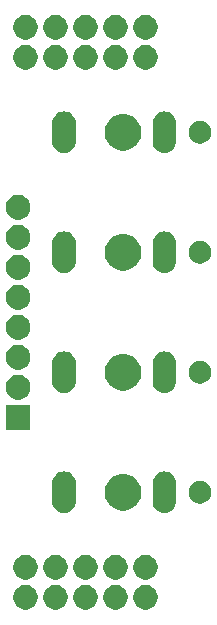
<source format=gbr>
G04 #@! TF.GenerationSoftware,KiCad,Pcbnew,(5.1.5)-3*
G04 #@! TF.CreationDate,2020-03-15T11:50:45-07:00*
G04 #@! TF.ProjectId,bbf-thonkjacks,6262662d-7468-46f6-9e6b-6a61636b732e,rev?*
G04 #@! TF.SameCoordinates,Original*
G04 #@! TF.FileFunction,Soldermask,Bot*
G04 #@! TF.FilePolarity,Negative*
%FSLAX46Y46*%
G04 Gerber Fmt 4.6, Leading zero omitted, Abs format (unit mm)*
G04 Created by KiCad (PCBNEW (5.1.5)-3) date 2020-03-15 11:50:45*
%MOMM*%
%LPD*%
G04 APERTURE LIST*
%ADD10C,0.100000*%
G04 APERTURE END LIST*
D10*
G36*
X151979865Y-128127258D02*
G01*
X152169388Y-128205761D01*
X152339954Y-128319730D01*
X152485008Y-128464784D01*
X152598977Y-128635350D01*
X152677480Y-128824873D01*
X152717500Y-129026069D01*
X152717500Y-129231207D01*
X152677480Y-129432403D01*
X152598977Y-129621926D01*
X152485008Y-129792492D01*
X152339954Y-129937546D01*
X152169388Y-130051515D01*
X152169387Y-130051516D01*
X152169386Y-130051516D01*
X151979865Y-130130018D01*
X151778670Y-130170038D01*
X151573530Y-130170038D01*
X151372335Y-130130018D01*
X151182814Y-130051516D01*
X151182813Y-130051516D01*
X151182812Y-130051515D01*
X151012246Y-129937546D01*
X150867192Y-129792492D01*
X150753223Y-129621926D01*
X150674720Y-129432403D01*
X150634700Y-129231207D01*
X150634700Y-129026069D01*
X150674720Y-128824873D01*
X150753223Y-128635350D01*
X150867192Y-128464784D01*
X151012246Y-128319730D01*
X151182812Y-128205761D01*
X151372335Y-128127258D01*
X151573530Y-128087238D01*
X151778670Y-128087238D01*
X151979865Y-128127258D01*
G37*
G36*
X149439865Y-128127258D02*
G01*
X149629388Y-128205761D01*
X149799954Y-128319730D01*
X149945008Y-128464784D01*
X150058977Y-128635350D01*
X150137480Y-128824873D01*
X150177500Y-129026069D01*
X150177500Y-129231207D01*
X150137480Y-129432403D01*
X150058977Y-129621926D01*
X149945008Y-129792492D01*
X149799954Y-129937546D01*
X149629388Y-130051515D01*
X149629387Y-130051516D01*
X149629386Y-130051516D01*
X149439865Y-130130018D01*
X149238670Y-130170038D01*
X149033530Y-130170038D01*
X148832335Y-130130018D01*
X148642814Y-130051516D01*
X148642813Y-130051516D01*
X148642812Y-130051515D01*
X148472246Y-129937546D01*
X148327192Y-129792492D01*
X148213223Y-129621926D01*
X148134720Y-129432403D01*
X148094700Y-129231207D01*
X148094700Y-129026069D01*
X148134720Y-128824873D01*
X148213223Y-128635350D01*
X148327192Y-128464784D01*
X148472246Y-128319730D01*
X148642812Y-128205761D01*
X148832335Y-128127258D01*
X149033530Y-128087238D01*
X149238670Y-128087238D01*
X149439865Y-128127258D01*
G37*
G36*
X141819865Y-128127258D02*
G01*
X142009388Y-128205761D01*
X142179954Y-128319730D01*
X142325008Y-128464784D01*
X142438977Y-128635350D01*
X142517480Y-128824873D01*
X142557500Y-129026069D01*
X142557500Y-129231207D01*
X142517480Y-129432403D01*
X142438977Y-129621926D01*
X142325008Y-129792492D01*
X142179954Y-129937546D01*
X142009388Y-130051515D01*
X142009387Y-130051516D01*
X142009386Y-130051516D01*
X141819865Y-130130018D01*
X141618670Y-130170038D01*
X141413530Y-130170038D01*
X141212335Y-130130018D01*
X141022814Y-130051516D01*
X141022813Y-130051516D01*
X141022812Y-130051515D01*
X140852246Y-129937546D01*
X140707192Y-129792492D01*
X140593223Y-129621926D01*
X140514720Y-129432403D01*
X140474700Y-129231207D01*
X140474700Y-129026069D01*
X140514720Y-128824873D01*
X140593223Y-128635350D01*
X140707192Y-128464784D01*
X140852246Y-128319730D01*
X141022812Y-128205761D01*
X141212335Y-128127258D01*
X141413530Y-128087238D01*
X141618670Y-128087238D01*
X141819865Y-128127258D01*
G37*
G36*
X146899865Y-128127258D02*
G01*
X147089388Y-128205761D01*
X147259954Y-128319730D01*
X147405008Y-128464784D01*
X147518977Y-128635350D01*
X147597480Y-128824873D01*
X147637500Y-129026069D01*
X147637500Y-129231207D01*
X147597480Y-129432403D01*
X147518977Y-129621926D01*
X147405008Y-129792492D01*
X147259954Y-129937546D01*
X147089388Y-130051515D01*
X147089387Y-130051516D01*
X147089386Y-130051516D01*
X146899865Y-130130018D01*
X146698670Y-130170038D01*
X146493530Y-130170038D01*
X146292335Y-130130018D01*
X146102814Y-130051516D01*
X146102813Y-130051516D01*
X146102812Y-130051515D01*
X145932246Y-129937546D01*
X145787192Y-129792492D01*
X145673223Y-129621926D01*
X145594720Y-129432403D01*
X145554700Y-129231207D01*
X145554700Y-129026069D01*
X145594720Y-128824873D01*
X145673223Y-128635350D01*
X145787192Y-128464784D01*
X145932246Y-128319730D01*
X146102812Y-128205761D01*
X146292335Y-128127258D01*
X146493530Y-128087238D01*
X146698670Y-128087238D01*
X146899865Y-128127258D01*
G37*
G36*
X144359865Y-128127258D02*
G01*
X144549388Y-128205761D01*
X144719954Y-128319730D01*
X144865008Y-128464784D01*
X144978977Y-128635350D01*
X145057480Y-128824873D01*
X145097500Y-129026069D01*
X145097500Y-129231207D01*
X145057480Y-129432403D01*
X144978977Y-129621926D01*
X144865008Y-129792492D01*
X144719954Y-129937546D01*
X144549388Y-130051515D01*
X144549387Y-130051516D01*
X144549386Y-130051516D01*
X144359865Y-130130018D01*
X144158670Y-130170038D01*
X143953530Y-130170038D01*
X143752335Y-130130018D01*
X143562814Y-130051516D01*
X143562813Y-130051516D01*
X143562812Y-130051515D01*
X143392246Y-129937546D01*
X143247192Y-129792492D01*
X143133223Y-129621926D01*
X143054720Y-129432403D01*
X143014700Y-129231207D01*
X143014700Y-129026069D01*
X143054720Y-128824873D01*
X143133223Y-128635350D01*
X143247192Y-128464784D01*
X143392246Y-128319730D01*
X143562812Y-128205761D01*
X143752335Y-128127258D01*
X143953530Y-128087238D01*
X144158670Y-128087238D01*
X144359865Y-128127258D01*
G37*
G36*
X144359865Y-125587258D02*
G01*
X144549388Y-125665761D01*
X144719954Y-125779730D01*
X144865008Y-125924784D01*
X144978977Y-126095350D01*
X145057480Y-126284873D01*
X145097500Y-126486069D01*
X145097500Y-126691207D01*
X145057480Y-126892403D01*
X144978977Y-127081926D01*
X144865008Y-127252492D01*
X144719954Y-127397546D01*
X144549388Y-127511515D01*
X144549387Y-127511516D01*
X144549386Y-127511516D01*
X144359865Y-127590018D01*
X144158670Y-127630038D01*
X143953530Y-127630038D01*
X143752335Y-127590018D01*
X143562814Y-127511516D01*
X143562813Y-127511516D01*
X143562812Y-127511515D01*
X143392246Y-127397546D01*
X143247192Y-127252492D01*
X143133223Y-127081926D01*
X143054720Y-126892403D01*
X143014700Y-126691207D01*
X143014700Y-126486069D01*
X143054720Y-126284873D01*
X143133223Y-126095350D01*
X143247192Y-125924784D01*
X143392246Y-125779730D01*
X143562812Y-125665761D01*
X143752335Y-125587258D01*
X143953530Y-125547238D01*
X144158670Y-125547238D01*
X144359865Y-125587258D01*
G37*
G36*
X151979865Y-125587258D02*
G01*
X152169388Y-125665761D01*
X152339954Y-125779730D01*
X152485008Y-125924784D01*
X152598977Y-126095350D01*
X152677480Y-126284873D01*
X152717500Y-126486069D01*
X152717500Y-126691207D01*
X152677480Y-126892403D01*
X152598977Y-127081926D01*
X152485008Y-127252492D01*
X152339954Y-127397546D01*
X152169388Y-127511515D01*
X152169387Y-127511516D01*
X152169386Y-127511516D01*
X151979865Y-127590018D01*
X151778670Y-127630038D01*
X151573530Y-127630038D01*
X151372335Y-127590018D01*
X151182814Y-127511516D01*
X151182813Y-127511516D01*
X151182812Y-127511515D01*
X151012246Y-127397546D01*
X150867192Y-127252492D01*
X150753223Y-127081926D01*
X150674720Y-126892403D01*
X150634700Y-126691207D01*
X150634700Y-126486069D01*
X150674720Y-126284873D01*
X150753223Y-126095350D01*
X150867192Y-125924784D01*
X151012246Y-125779730D01*
X151182812Y-125665761D01*
X151372335Y-125587258D01*
X151573530Y-125547238D01*
X151778670Y-125547238D01*
X151979865Y-125587258D01*
G37*
G36*
X149439865Y-125587258D02*
G01*
X149629388Y-125665761D01*
X149799954Y-125779730D01*
X149945008Y-125924784D01*
X150058977Y-126095350D01*
X150137480Y-126284873D01*
X150177500Y-126486069D01*
X150177500Y-126691207D01*
X150137480Y-126892403D01*
X150058977Y-127081926D01*
X149945008Y-127252492D01*
X149799954Y-127397546D01*
X149629388Y-127511515D01*
X149629387Y-127511516D01*
X149629386Y-127511516D01*
X149439865Y-127590018D01*
X149238670Y-127630038D01*
X149033530Y-127630038D01*
X148832335Y-127590018D01*
X148642814Y-127511516D01*
X148642813Y-127511516D01*
X148642812Y-127511515D01*
X148472246Y-127397546D01*
X148327192Y-127252492D01*
X148213223Y-127081926D01*
X148134720Y-126892403D01*
X148094700Y-126691207D01*
X148094700Y-126486069D01*
X148134720Y-126284873D01*
X148213223Y-126095350D01*
X148327192Y-125924784D01*
X148472246Y-125779730D01*
X148642812Y-125665761D01*
X148832335Y-125587258D01*
X149033530Y-125547238D01*
X149238670Y-125547238D01*
X149439865Y-125587258D01*
G37*
G36*
X146899865Y-125587258D02*
G01*
X147089388Y-125665761D01*
X147259954Y-125779730D01*
X147405008Y-125924784D01*
X147518977Y-126095350D01*
X147597480Y-126284873D01*
X147637500Y-126486069D01*
X147637500Y-126691207D01*
X147597480Y-126892403D01*
X147518977Y-127081926D01*
X147405008Y-127252492D01*
X147259954Y-127397546D01*
X147089388Y-127511515D01*
X147089387Y-127511516D01*
X147089386Y-127511516D01*
X146899865Y-127590018D01*
X146698670Y-127630038D01*
X146493530Y-127630038D01*
X146292335Y-127590018D01*
X146102814Y-127511516D01*
X146102813Y-127511516D01*
X146102812Y-127511515D01*
X145932246Y-127397546D01*
X145787192Y-127252492D01*
X145673223Y-127081926D01*
X145594720Y-126892403D01*
X145554700Y-126691207D01*
X145554700Y-126486069D01*
X145594720Y-126284873D01*
X145673223Y-126095350D01*
X145787192Y-125924784D01*
X145932246Y-125779730D01*
X146102812Y-125665761D01*
X146292335Y-125587258D01*
X146493530Y-125547238D01*
X146698670Y-125547238D01*
X146899865Y-125587258D01*
G37*
G36*
X141819865Y-125587258D02*
G01*
X142009388Y-125665761D01*
X142179954Y-125779730D01*
X142325008Y-125924784D01*
X142438977Y-126095350D01*
X142517480Y-126284873D01*
X142557500Y-126486069D01*
X142557500Y-126691207D01*
X142517480Y-126892403D01*
X142438977Y-127081926D01*
X142325008Y-127252492D01*
X142179954Y-127397546D01*
X142009388Y-127511515D01*
X142009387Y-127511516D01*
X142009386Y-127511516D01*
X141819865Y-127590018D01*
X141618670Y-127630038D01*
X141413530Y-127630038D01*
X141212335Y-127590018D01*
X141022814Y-127511516D01*
X141022813Y-127511516D01*
X141022812Y-127511515D01*
X140852246Y-127397546D01*
X140707192Y-127252492D01*
X140593223Y-127081926D01*
X140514720Y-126892403D01*
X140474700Y-126691207D01*
X140474700Y-126486069D01*
X140514720Y-126284873D01*
X140593223Y-126095350D01*
X140707192Y-125924784D01*
X140852246Y-125779730D01*
X141022812Y-125665761D01*
X141212335Y-125587258D01*
X141413530Y-125547238D01*
X141618670Y-125547238D01*
X141819865Y-125587258D01*
G37*
G36*
X153467445Y-118501530D02*
G01*
X153656252Y-118558804D01*
X153830247Y-118651806D01*
X153830250Y-118651808D01*
X153830251Y-118651809D01*
X153982765Y-118776973D01*
X154107929Y-118929487D01*
X154107932Y-118929491D01*
X154200934Y-119103485D01*
X154258208Y-119292292D01*
X154272700Y-119439433D01*
X154272700Y-121037843D01*
X154258208Y-121184984D01*
X154200934Y-121373791D01*
X154107932Y-121547785D01*
X154107930Y-121547788D01*
X154107929Y-121547789D01*
X153982765Y-121700303D01*
X153830251Y-121825467D01*
X153830247Y-121825470D01*
X153656253Y-121918472D01*
X153467446Y-121975746D01*
X153271100Y-121995084D01*
X153074755Y-121975746D01*
X152885948Y-121918472D01*
X152711954Y-121825470D01*
X152711950Y-121825467D01*
X152559436Y-121700303D01*
X152434272Y-121547789D01*
X152434271Y-121547788D01*
X152434269Y-121547785D01*
X152341265Y-121373788D01*
X152283992Y-121184987D01*
X152269500Y-121037843D01*
X152269500Y-119439434D01*
X152283992Y-119292293D01*
X152341266Y-119103486D01*
X152434268Y-118929491D01*
X152434271Y-118929487D01*
X152559435Y-118776973D01*
X152711949Y-118651809D01*
X152711950Y-118651808D01*
X152711953Y-118651806D01*
X152885947Y-118558804D01*
X153074754Y-118501530D01*
X153271100Y-118482192D01*
X153467445Y-118501530D01*
G37*
G36*
X144967445Y-118501530D02*
G01*
X145156252Y-118558804D01*
X145330247Y-118651806D01*
X145330250Y-118651808D01*
X145330251Y-118651809D01*
X145482765Y-118776973D01*
X145607929Y-118929487D01*
X145607932Y-118929491D01*
X145700934Y-119103485D01*
X145758208Y-119292292D01*
X145772700Y-119439433D01*
X145772700Y-121037843D01*
X145758208Y-121184984D01*
X145700934Y-121373791D01*
X145607932Y-121547785D01*
X145607930Y-121547788D01*
X145607929Y-121547789D01*
X145482765Y-121700303D01*
X145330251Y-121825467D01*
X145330247Y-121825470D01*
X145156253Y-121918472D01*
X144967446Y-121975746D01*
X144771100Y-121995084D01*
X144574755Y-121975746D01*
X144385948Y-121918472D01*
X144211954Y-121825470D01*
X144211950Y-121825467D01*
X144059436Y-121700303D01*
X143934272Y-121547789D01*
X143934271Y-121547788D01*
X143934269Y-121547785D01*
X143841265Y-121373788D01*
X143783992Y-121184987D01*
X143769500Y-121037843D01*
X143769500Y-119439434D01*
X143783992Y-119292293D01*
X143841266Y-119103486D01*
X143934268Y-118929491D01*
X143934271Y-118929487D01*
X144059435Y-118776973D01*
X144211949Y-118651809D01*
X144211950Y-118651808D01*
X144211953Y-118651806D01*
X144385947Y-118558804D01*
X144574754Y-118501530D01*
X144771100Y-118482192D01*
X144967445Y-118501530D01*
G37*
G36*
X150073685Y-118717440D02*
G01*
X150223510Y-118747242D01*
X150505774Y-118864159D01*
X150759805Y-119033897D01*
X150975841Y-119249933D01*
X151145579Y-119503964D01*
X151262496Y-119786228D01*
X151322100Y-120085878D01*
X151322100Y-120391398D01*
X151262496Y-120691048D01*
X151145579Y-120973312D01*
X150975841Y-121227343D01*
X150759805Y-121443379D01*
X150505774Y-121613117D01*
X150223510Y-121730034D01*
X150073685Y-121759836D01*
X149923861Y-121789638D01*
X149618339Y-121789638D01*
X149468515Y-121759836D01*
X149318690Y-121730034D01*
X149036426Y-121613117D01*
X148782395Y-121443379D01*
X148566359Y-121227343D01*
X148396621Y-120973312D01*
X148279704Y-120691048D01*
X148220100Y-120391398D01*
X148220100Y-120085878D01*
X148279704Y-119786228D01*
X148396621Y-119503964D01*
X148566359Y-119249933D01*
X148782395Y-119033897D01*
X149036426Y-118864159D01*
X149318690Y-118747242D01*
X149468515Y-118717440D01*
X149618339Y-118687638D01*
X149923861Y-118687638D01*
X150073685Y-118717440D01*
G37*
G36*
X156415832Y-119292290D02*
G01*
X156550072Y-119318992D01*
X156724125Y-119391087D01*
X156880770Y-119495753D01*
X157013985Y-119628968D01*
X157118651Y-119785613D01*
X157190746Y-119959666D01*
X157227500Y-120144441D01*
X157227500Y-120332835D01*
X157190746Y-120517610D01*
X157118651Y-120691663D01*
X157013985Y-120848308D01*
X156880770Y-120981523D01*
X156724125Y-121086189D01*
X156550072Y-121158284D01*
X156426889Y-121182787D01*
X156365298Y-121195038D01*
X156176902Y-121195038D01*
X156115311Y-121182787D01*
X155992128Y-121158284D01*
X155818075Y-121086189D01*
X155661430Y-120981523D01*
X155528215Y-120848308D01*
X155423549Y-120691663D01*
X155351454Y-120517610D01*
X155314700Y-120332835D01*
X155314700Y-120144441D01*
X155351454Y-119959666D01*
X155423549Y-119785613D01*
X155528215Y-119628968D01*
X155661430Y-119495753D01*
X155818075Y-119391087D01*
X155992128Y-119318992D01*
X156126368Y-119292290D01*
X156176902Y-119282238D01*
X156365298Y-119282238D01*
X156415832Y-119292290D01*
G37*
G36*
X141922500Y-114930038D02*
G01*
X139839700Y-114930038D01*
X139839700Y-112847238D01*
X141922500Y-112847238D01*
X141922500Y-114930038D01*
G37*
G36*
X141184865Y-110347258D02*
G01*
X141374388Y-110425761D01*
X141544954Y-110539730D01*
X141690008Y-110684784D01*
X141781374Y-110821523D01*
X141803978Y-110855352D01*
X141863182Y-110998284D01*
X141882480Y-111044873D01*
X141922500Y-111246069D01*
X141922500Y-111451207D01*
X141882480Y-111652403D01*
X141803977Y-111841926D01*
X141690008Y-112012492D01*
X141544954Y-112157546D01*
X141374388Y-112271515D01*
X141374387Y-112271516D01*
X141374386Y-112271516D01*
X141184865Y-112350018D01*
X140983670Y-112390038D01*
X140778530Y-112390038D01*
X140577335Y-112350018D01*
X140387814Y-112271516D01*
X140387813Y-112271516D01*
X140387812Y-112271515D01*
X140217246Y-112157546D01*
X140072192Y-112012492D01*
X139958223Y-111841926D01*
X139879720Y-111652403D01*
X139839700Y-111451207D01*
X139839700Y-111246069D01*
X139879720Y-111044873D01*
X139899018Y-110998284D01*
X139958222Y-110855352D01*
X139980826Y-110821523D01*
X140072192Y-110684784D01*
X140217246Y-110539730D01*
X140387812Y-110425761D01*
X140577335Y-110347258D01*
X140778530Y-110307238D01*
X140983670Y-110307238D01*
X141184865Y-110347258D01*
G37*
G36*
X144967445Y-108341530D02*
G01*
X145156252Y-108398804D01*
X145330247Y-108491806D01*
X145330250Y-108491808D01*
X145330251Y-108491809D01*
X145482765Y-108616973D01*
X145607929Y-108769487D01*
X145607932Y-108769491D01*
X145700934Y-108943485D01*
X145758208Y-109132292D01*
X145772700Y-109279433D01*
X145772700Y-110877843D01*
X145758208Y-111024984D01*
X145700934Y-111213791D01*
X145607932Y-111387785D01*
X145607930Y-111387788D01*
X145607929Y-111387789D01*
X145482765Y-111540303D01*
X145330251Y-111665467D01*
X145330247Y-111665470D01*
X145156253Y-111758472D01*
X144967446Y-111815746D01*
X144771100Y-111835084D01*
X144574755Y-111815746D01*
X144385948Y-111758472D01*
X144211954Y-111665470D01*
X144211950Y-111665467D01*
X144059436Y-111540303D01*
X143934272Y-111387789D01*
X143934271Y-111387788D01*
X143934269Y-111387785D01*
X143841265Y-111213788D01*
X143783992Y-111024987D01*
X143769500Y-110877843D01*
X143769500Y-109279434D01*
X143783992Y-109132293D01*
X143841266Y-108943486D01*
X143934268Y-108769491D01*
X143934271Y-108769487D01*
X144059435Y-108616973D01*
X144211949Y-108491809D01*
X144211950Y-108491808D01*
X144211953Y-108491806D01*
X144385947Y-108398804D01*
X144574754Y-108341530D01*
X144771100Y-108322192D01*
X144967445Y-108341530D01*
G37*
G36*
X153467445Y-108341530D02*
G01*
X153656252Y-108398804D01*
X153830247Y-108491806D01*
X153830250Y-108491808D01*
X153830251Y-108491809D01*
X153982765Y-108616973D01*
X154107929Y-108769487D01*
X154107932Y-108769491D01*
X154200934Y-108943485D01*
X154258208Y-109132292D01*
X154272700Y-109279433D01*
X154272700Y-110877843D01*
X154258208Y-111024984D01*
X154200934Y-111213791D01*
X154107932Y-111387785D01*
X154107930Y-111387788D01*
X154107929Y-111387789D01*
X153982765Y-111540303D01*
X153830251Y-111665467D01*
X153830247Y-111665470D01*
X153656253Y-111758472D01*
X153467446Y-111815746D01*
X153271100Y-111835084D01*
X153074755Y-111815746D01*
X152885948Y-111758472D01*
X152711954Y-111665470D01*
X152711950Y-111665467D01*
X152559436Y-111540303D01*
X152434272Y-111387789D01*
X152434271Y-111387788D01*
X152434269Y-111387785D01*
X152341265Y-111213788D01*
X152283992Y-111024987D01*
X152269500Y-110877843D01*
X152269500Y-109279434D01*
X152283992Y-109132293D01*
X152341266Y-108943486D01*
X152434268Y-108769491D01*
X152434271Y-108769487D01*
X152559435Y-108616973D01*
X152711949Y-108491809D01*
X152711950Y-108491808D01*
X152711953Y-108491806D01*
X152885947Y-108398804D01*
X153074754Y-108341530D01*
X153271100Y-108322192D01*
X153467445Y-108341530D01*
G37*
G36*
X150073685Y-108557440D02*
G01*
X150223510Y-108587242D01*
X150505774Y-108704159D01*
X150759805Y-108873897D01*
X150975841Y-109089933D01*
X151145579Y-109343964D01*
X151262496Y-109626228D01*
X151322100Y-109925878D01*
X151322100Y-110231398D01*
X151262496Y-110531048D01*
X151145579Y-110813312D01*
X150975841Y-111067343D01*
X150759805Y-111283379D01*
X150505774Y-111453117D01*
X150223510Y-111570034D01*
X150073685Y-111599836D01*
X149923861Y-111629638D01*
X149618339Y-111629638D01*
X149468515Y-111599836D01*
X149318690Y-111570034D01*
X149036426Y-111453117D01*
X148782395Y-111283379D01*
X148566359Y-111067343D01*
X148396621Y-110813312D01*
X148279704Y-110531048D01*
X148220100Y-110231398D01*
X148220100Y-109925878D01*
X148279704Y-109626228D01*
X148396621Y-109343964D01*
X148566359Y-109089933D01*
X148782395Y-108873897D01*
X149036426Y-108704159D01*
X149318690Y-108587242D01*
X149468515Y-108557440D01*
X149618339Y-108527638D01*
X149923861Y-108527638D01*
X150073685Y-108557440D01*
G37*
G36*
X156415832Y-109132290D02*
G01*
X156550072Y-109158992D01*
X156724125Y-109231087D01*
X156880770Y-109335753D01*
X157013985Y-109468968D01*
X157118651Y-109625613D01*
X157190746Y-109799666D01*
X157227500Y-109984441D01*
X157227500Y-110172835D01*
X157190746Y-110357610D01*
X157118651Y-110531663D01*
X157013985Y-110688308D01*
X156880770Y-110821523D01*
X156724125Y-110926189D01*
X156550072Y-110998284D01*
X156426889Y-111022787D01*
X156365298Y-111035038D01*
X156176902Y-111035038D01*
X156115311Y-111022787D01*
X155992128Y-110998284D01*
X155818075Y-110926189D01*
X155661430Y-110821523D01*
X155528215Y-110688308D01*
X155423549Y-110531663D01*
X155351454Y-110357610D01*
X155314700Y-110172835D01*
X155314700Y-109984441D01*
X155351454Y-109799666D01*
X155423549Y-109625613D01*
X155528215Y-109468968D01*
X155661430Y-109335753D01*
X155818075Y-109231087D01*
X155992128Y-109158992D01*
X156126368Y-109132290D01*
X156176902Y-109122238D01*
X156365298Y-109122238D01*
X156415832Y-109132290D01*
G37*
G36*
X141184865Y-107807258D02*
G01*
X141374388Y-107885761D01*
X141544954Y-107999730D01*
X141690008Y-108144784D01*
X141690009Y-108144786D01*
X141803978Y-108315352D01*
X141882480Y-108504873D01*
X141922500Y-108706068D01*
X141922500Y-108911208D01*
X141882480Y-109112403D01*
X141813294Y-109279434D01*
X141803977Y-109301926D01*
X141690008Y-109472492D01*
X141544954Y-109617546D01*
X141374388Y-109731515D01*
X141374387Y-109731516D01*
X141374386Y-109731516D01*
X141184865Y-109810018D01*
X140983670Y-109850038D01*
X140778530Y-109850038D01*
X140577335Y-109810018D01*
X140387814Y-109731516D01*
X140387813Y-109731516D01*
X140387812Y-109731515D01*
X140217246Y-109617546D01*
X140072192Y-109472492D01*
X139958223Y-109301926D01*
X139948907Y-109279434D01*
X139879720Y-109112403D01*
X139839700Y-108911208D01*
X139839700Y-108706068D01*
X139879720Y-108504873D01*
X139958222Y-108315352D01*
X140072191Y-108144786D01*
X140072192Y-108144784D01*
X140217246Y-107999730D01*
X140387812Y-107885761D01*
X140577335Y-107807258D01*
X140778530Y-107767238D01*
X140983670Y-107767238D01*
X141184865Y-107807258D01*
G37*
G36*
X141184865Y-105267258D02*
G01*
X141374388Y-105345761D01*
X141544954Y-105459730D01*
X141690008Y-105604784D01*
X141803977Y-105775350D01*
X141882480Y-105964873D01*
X141922500Y-106166069D01*
X141922500Y-106371207D01*
X141882480Y-106572403D01*
X141803977Y-106761926D01*
X141690008Y-106932492D01*
X141544954Y-107077546D01*
X141374388Y-107191515D01*
X141374387Y-107191516D01*
X141374386Y-107191516D01*
X141184865Y-107270018D01*
X140983670Y-107310038D01*
X140778530Y-107310038D01*
X140577335Y-107270018D01*
X140387814Y-107191516D01*
X140387813Y-107191516D01*
X140387812Y-107191515D01*
X140217246Y-107077546D01*
X140072192Y-106932492D01*
X139958223Y-106761926D01*
X139879720Y-106572403D01*
X139839700Y-106371207D01*
X139839700Y-106166069D01*
X139879720Y-105964873D01*
X139958223Y-105775350D01*
X140072192Y-105604784D01*
X140217246Y-105459730D01*
X140387812Y-105345761D01*
X140577335Y-105267258D01*
X140778530Y-105227238D01*
X140983670Y-105227238D01*
X141184865Y-105267258D01*
G37*
G36*
X141184865Y-102727258D02*
G01*
X141374388Y-102805761D01*
X141544954Y-102919730D01*
X141690008Y-103064784D01*
X141803977Y-103235350D01*
X141882480Y-103424873D01*
X141922500Y-103626069D01*
X141922500Y-103831207D01*
X141882480Y-104032403D01*
X141803977Y-104221926D01*
X141690008Y-104392492D01*
X141544954Y-104537546D01*
X141374388Y-104651515D01*
X141374387Y-104651516D01*
X141374386Y-104651516D01*
X141184865Y-104730018D01*
X140983670Y-104770038D01*
X140778530Y-104770038D01*
X140577335Y-104730018D01*
X140387814Y-104651516D01*
X140387813Y-104651516D01*
X140387812Y-104651515D01*
X140217246Y-104537546D01*
X140072192Y-104392492D01*
X139958223Y-104221926D01*
X139879720Y-104032403D01*
X139839700Y-103831207D01*
X139839700Y-103626069D01*
X139879720Y-103424873D01*
X139958223Y-103235350D01*
X140072192Y-103064784D01*
X140217246Y-102919730D01*
X140387812Y-102805761D01*
X140577335Y-102727258D01*
X140778530Y-102687238D01*
X140983670Y-102687238D01*
X141184865Y-102727258D01*
G37*
G36*
X141184865Y-100187258D02*
G01*
X141374388Y-100265761D01*
X141544954Y-100379730D01*
X141690008Y-100524784D01*
X141781374Y-100661523D01*
X141803978Y-100695352D01*
X141863182Y-100838284D01*
X141882480Y-100884873D01*
X141922500Y-101086069D01*
X141922500Y-101291207D01*
X141882480Y-101492403D01*
X141803977Y-101681926D01*
X141690008Y-101852492D01*
X141544954Y-101997546D01*
X141374388Y-102111515D01*
X141374387Y-102111516D01*
X141374386Y-102111516D01*
X141184865Y-102190018D01*
X140983670Y-102230038D01*
X140778530Y-102230038D01*
X140577335Y-102190018D01*
X140387814Y-102111516D01*
X140387813Y-102111516D01*
X140387812Y-102111515D01*
X140217246Y-101997546D01*
X140072192Y-101852492D01*
X139958223Y-101681926D01*
X139879720Y-101492403D01*
X139839700Y-101291207D01*
X139839700Y-101086069D01*
X139879720Y-100884873D01*
X139899018Y-100838284D01*
X139958222Y-100695352D01*
X139980826Y-100661523D01*
X140072192Y-100524784D01*
X140217246Y-100379730D01*
X140387812Y-100265761D01*
X140577335Y-100187258D01*
X140778530Y-100147238D01*
X140983670Y-100147238D01*
X141184865Y-100187258D01*
G37*
G36*
X144967445Y-98181530D02*
G01*
X145156252Y-98238804D01*
X145330247Y-98331806D01*
X145330250Y-98331808D01*
X145330251Y-98331809D01*
X145482765Y-98456973D01*
X145607929Y-98609487D01*
X145607932Y-98609491D01*
X145700934Y-98783485D01*
X145758208Y-98972292D01*
X145772700Y-99119433D01*
X145772700Y-100717843D01*
X145758208Y-100864984D01*
X145700934Y-101053791D01*
X145607932Y-101227785D01*
X145607930Y-101227788D01*
X145607929Y-101227789D01*
X145482765Y-101380303D01*
X145330251Y-101505467D01*
X145330247Y-101505470D01*
X145156253Y-101598472D01*
X144967446Y-101655746D01*
X144771100Y-101675084D01*
X144574755Y-101655746D01*
X144385948Y-101598472D01*
X144211954Y-101505470D01*
X144211950Y-101505467D01*
X144059436Y-101380303D01*
X143934272Y-101227789D01*
X143934271Y-101227788D01*
X143934269Y-101227785D01*
X143841265Y-101053788D01*
X143783992Y-100864987D01*
X143769500Y-100717843D01*
X143769500Y-99119434D01*
X143783992Y-98972293D01*
X143841266Y-98783486D01*
X143934268Y-98609491D01*
X143934271Y-98609487D01*
X144059435Y-98456973D01*
X144211949Y-98331809D01*
X144211950Y-98331808D01*
X144211953Y-98331806D01*
X144385947Y-98238804D01*
X144574754Y-98181530D01*
X144771100Y-98162192D01*
X144967445Y-98181530D01*
G37*
G36*
X153467445Y-98181530D02*
G01*
X153656252Y-98238804D01*
X153830247Y-98331806D01*
X153830250Y-98331808D01*
X153830251Y-98331809D01*
X153982765Y-98456973D01*
X154107929Y-98609487D01*
X154107932Y-98609491D01*
X154200934Y-98783485D01*
X154258208Y-98972292D01*
X154272700Y-99119433D01*
X154272700Y-100717843D01*
X154258208Y-100864984D01*
X154200934Y-101053791D01*
X154107932Y-101227785D01*
X154107930Y-101227788D01*
X154107929Y-101227789D01*
X153982765Y-101380303D01*
X153830251Y-101505467D01*
X153830247Y-101505470D01*
X153656253Y-101598472D01*
X153467446Y-101655746D01*
X153271100Y-101675084D01*
X153074755Y-101655746D01*
X152885948Y-101598472D01*
X152711954Y-101505470D01*
X152711950Y-101505467D01*
X152559436Y-101380303D01*
X152434272Y-101227789D01*
X152434271Y-101227788D01*
X152434269Y-101227785D01*
X152341265Y-101053788D01*
X152283992Y-100864987D01*
X152269500Y-100717843D01*
X152269500Y-99119434D01*
X152283992Y-98972293D01*
X152341266Y-98783486D01*
X152434268Y-98609491D01*
X152434271Y-98609487D01*
X152559435Y-98456973D01*
X152711949Y-98331809D01*
X152711950Y-98331808D01*
X152711953Y-98331806D01*
X152885947Y-98238804D01*
X153074754Y-98181530D01*
X153271100Y-98162192D01*
X153467445Y-98181530D01*
G37*
G36*
X150073685Y-98397440D02*
G01*
X150223510Y-98427242D01*
X150505774Y-98544159D01*
X150759805Y-98713897D01*
X150975841Y-98929933D01*
X151145579Y-99183964D01*
X151262496Y-99466228D01*
X151322100Y-99765878D01*
X151322100Y-100071398D01*
X151262496Y-100371048D01*
X151145579Y-100653312D01*
X150975841Y-100907343D01*
X150759805Y-101123379D01*
X150505774Y-101293117D01*
X150223510Y-101410034D01*
X150073685Y-101439836D01*
X149923861Y-101469638D01*
X149618339Y-101469638D01*
X149468515Y-101439836D01*
X149318690Y-101410034D01*
X149036426Y-101293117D01*
X148782395Y-101123379D01*
X148566359Y-100907343D01*
X148396621Y-100653312D01*
X148279704Y-100371048D01*
X148220100Y-100071398D01*
X148220100Y-99765878D01*
X148279704Y-99466228D01*
X148396621Y-99183964D01*
X148566359Y-98929933D01*
X148782395Y-98713897D01*
X149036426Y-98544159D01*
X149318690Y-98427242D01*
X149468515Y-98397440D01*
X149618339Y-98367638D01*
X149923861Y-98367638D01*
X150073685Y-98397440D01*
G37*
G36*
X156415832Y-98972290D02*
G01*
X156550072Y-98998992D01*
X156724125Y-99071087D01*
X156880770Y-99175753D01*
X157013985Y-99308968D01*
X157118651Y-99465613D01*
X157190746Y-99639666D01*
X157227500Y-99824441D01*
X157227500Y-100012835D01*
X157190746Y-100197610D01*
X157118651Y-100371663D01*
X157013985Y-100528308D01*
X156880770Y-100661523D01*
X156724125Y-100766189D01*
X156550072Y-100838284D01*
X156426889Y-100862787D01*
X156365298Y-100875038D01*
X156176902Y-100875038D01*
X156115311Y-100862787D01*
X155992128Y-100838284D01*
X155818075Y-100766189D01*
X155661430Y-100661523D01*
X155528215Y-100528308D01*
X155423549Y-100371663D01*
X155351454Y-100197610D01*
X155314700Y-100012835D01*
X155314700Y-99824441D01*
X155351454Y-99639666D01*
X155423549Y-99465613D01*
X155528215Y-99308968D01*
X155661430Y-99175753D01*
X155818075Y-99071087D01*
X155992128Y-98998992D01*
X156126368Y-98972290D01*
X156176902Y-98962238D01*
X156365298Y-98962238D01*
X156415832Y-98972290D01*
G37*
G36*
X141184865Y-97647258D02*
G01*
X141374388Y-97725761D01*
X141544954Y-97839730D01*
X141690008Y-97984784D01*
X141690009Y-97984786D01*
X141803978Y-98155352D01*
X141882480Y-98344873D01*
X141922500Y-98546068D01*
X141922500Y-98751208D01*
X141882480Y-98952403D01*
X141813294Y-99119434D01*
X141803977Y-99141926D01*
X141690008Y-99312492D01*
X141544954Y-99457546D01*
X141374388Y-99571515D01*
X141374387Y-99571516D01*
X141374386Y-99571516D01*
X141184865Y-99650018D01*
X140983670Y-99690038D01*
X140778530Y-99690038D01*
X140577335Y-99650018D01*
X140387814Y-99571516D01*
X140387813Y-99571516D01*
X140387812Y-99571515D01*
X140217246Y-99457546D01*
X140072192Y-99312492D01*
X139958223Y-99141926D01*
X139948907Y-99119434D01*
X139879720Y-98952403D01*
X139839700Y-98751208D01*
X139839700Y-98546068D01*
X139879720Y-98344873D01*
X139958222Y-98155352D01*
X140072191Y-97984786D01*
X140072192Y-97984784D01*
X140217246Y-97839730D01*
X140387812Y-97725761D01*
X140577335Y-97647258D01*
X140778530Y-97607238D01*
X140983670Y-97607238D01*
X141184865Y-97647258D01*
G37*
G36*
X141184865Y-95107258D02*
G01*
X141374388Y-95185761D01*
X141544954Y-95299730D01*
X141690008Y-95444784D01*
X141803977Y-95615350D01*
X141882480Y-95804873D01*
X141922500Y-96006069D01*
X141922500Y-96211207D01*
X141882480Y-96412403D01*
X141803977Y-96601926D01*
X141690008Y-96772492D01*
X141544954Y-96917546D01*
X141374388Y-97031515D01*
X141374387Y-97031516D01*
X141374386Y-97031516D01*
X141184865Y-97110018D01*
X140983670Y-97150038D01*
X140778530Y-97150038D01*
X140577335Y-97110018D01*
X140387814Y-97031516D01*
X140387813Y-97031516D01*
X140387812Y-97031515D01*
X140217246Y-96917546D01*
X140072192Y-96772492D01*
X139958223Y-96601926D01*
X139879720Y-96412403D01*
X139839700Y-96211207D01*
X139839700Y-96006069D01*
X139879720Y-95804873D01*
X139958223Y-95615350D01*
X140072192Y-95444784D01*
X140217246Y-95299730D01*
X140387812Y-95185761D01*
X140577335Y-95107258D01*
X140778530Y-95067238D01*
X140983670Y-95067238D01*
X141184865Y-95107258D01*
G37*
G36*
X153467445Y-88021530D02*
G01*
X153656252Y-88078804D01*
X153830247Y-88171806D01*
X153830250Y-88171808D01*
X153830251Y-88171809D01*
X153982765Y-88296973D01*
X154107929Y-88449487D01*
X154107932Y-88449491D01*
X154200934Y-88623485D01*
X154258208Y-88812292D01*
X154272700Y-88959433D01*
X154272700Y-90557843D01*
X154258208Y-90704984D01*
X154200934Y-90893791D01*
X154107932Y-91067785D01*
X154107930Y-91067788D01*
X154107929Y-91067789D01*
X153982765Y-91220303D01*
X153830251Y-91345467D01*
X153830247Y-91345470D01*
X153656253Y-91438472D01*
X153467446Y-91495746D01*
X153271100Y-91515084D01*
X153074755Y-91495746D01*
X152885948Y-91438472D01*
X152711954Y-91345470D01*
X152711950Y-91345467D01*
X152559436Y-91220303D01*
X152434272Y-91067789D01*
X152434271Y-91067788D01*
X152434269Y-91067785D01*
X152341265Y-90893788D01*
X152283992Y-90704987D01*
X152269500Y-90557843D01*
X152269500Y-88959434D01*
X152283992Y-88812293D01*
X152341266Y-88623486D01*
X152434268Y-88449491D01*
X152434271Y-88449487D01*
X152559435Y-88296973D01*
X152711949Y-88171809D01*
X152711950Y-88171808D01*
X152711953Y-88171806D01*
X152885947Y-88078804D01*
X153074754Y-88021530D01*
X153271100Y-88002192D01*
X153467445Y-88021530D01*
G37*
G36*
X144967445Y-88021530D02*
G01*
X145156252Y-88078804D01*
X145330247Y-88171806D01*
X145330250Y-88171808D01*
X145330251Y-88171809D01*
X145482765Y-88296973D01*
X145607929Y-88449487D01*
X145607932Y-88449491D01*
X145700934Y-88623485D01*
X145758208Y-88812292D01*
X145772700Y-88959433D01*
X145772700Y-90557843D01*
X145758208Y-90704984D01*
X145700934Y-90893791D01*
X145607932Y-91067785D01*
X145607930Y-91067788D01*
X145607929Y-91067789D01*
X145482765Y-91220303D01*
X145330251Y-91345467D01*
X145330247Y-91345470D01*
X145156253Y-91438472D01*
X144967446Y-91495746D01*
X144771100Y-91515084D01*
X144574755Y-91495746D01*
X144385948Y-91438472D01*
X144211954Y-91345470D01*
X144211950Y-91345467D01*
X144059436Y-91220303D01*
X143934272Y-91067789D01*
X143934271Y-91067788D01*
X143934269Y-91067785D01*
X143841265Y-90893788D01*
X143783992Y-90704987D01*
X143769500Y-90557843D01*
X143769500Y-88959434D01*
X143783992Y-88812293D01*
X143841266Y-88623486D01*
X143934268Y-88449491D01*
X143934271Y-88449487D01*
X144059435Y-88296973D01*
X144211949Y-88171809D01*
X144211950Y-88171808D01*
X144211953Y-88171806D01*
X144385947Y-88078804D01*
X144574754Y-88021530D01*
X144771100Y-88002192D01*
X144967445Y-88021530D01*
G37*
G36*
X150073685Y-88237440D02*
G01*
X150223510Y-88267242D01*
X150505774Y-88384159D01*
X150759805Y-88553897D01*
X150975841Y-88769933D01*
X151145579Y-89023964D01*
X151262496Y-89306228D01*
X151322100Y-89605878D01*
X151322100Y-89911398D01*
X151262496Y-90211048D01*
X151145579Y-90493312D01*
X150975841Y-90747343D01*
X150759805Y-90963379D01*
X150505774Y-91133117D01*
X150223510Y-91250034D01*
X150073685Y-91279836D01*
X149923861Y-91309638D01*
X149618339Y-91309638D01*
X149468515Y-91279836D01*
X149318690Y-91250034D01*
X149036426Y-91133117D01*
X148782395Y-90963379D01*
X148566359Y-90747343D01*
X148396621Y-90493312D01*
X148279704Y-90211048D01*
X148220100Y-89911398D01*
X148220100Y-89605878D01*
X148279704Y-89306228D01*
X148396621Y-89023964D01*
X148566359Y-88769933D01*
X148782395Y-88553897D01*
X149036426Y-88384159D01*
X149318690Y-88267242D01*
X149468515Y-88237440D01*
X149618339Y-88207638D01*
X149923861Y-88207638D01*
X150073685Y-88237440D01*
G37*
G36*
X156415832Y-88812290D02*
G01*
X156550072Y-88838992D01*
X156724125Y-88911087D01*
X156880770Y-89015753D01*
X157013985Y-89148968D01*
X157118651Y-89305613D01*
X157190746Y-89479666D01*
X157227500Y-89664441D01*
X157227500Y-89852835D01*
X157190746Y-90037610D01*
X157118651Y-90211663D01*
X157013985Y-90368308D01*
X156880770Y-90501523D01*
X156724125Y-90606189D01*
X156550072Y-90678284D01*
X156426889Y-90702787D01*
X156365298Y-90715038D01*
X156176902Y-90715038D01*
X156115311Y-90702787D01*
X155992128Y-90678284D01*
X155818075Y-90606189D01*
X155661430Y-90501523D01*
X155528215Y-90368308D01*
X155423549Y-90211663D01*
X155351454Y-90037610D01*
X155314700Y-89852835D01*
X155314700Y-89664441D01*
X155351454Y-89479666D01*
X155423549Y-89305613D01*
X155528215Y-89148968D01*
X155661430Y-89015753D01*
X155818075Y-88911087D01*
X155992128Y-88838992D01*
X156126368Y-88812290D01*
X156176902Y-88802238D01*
X156365298Y-88802238D01*
X156415832Y-88812290D01*
G37*
G36*
X141819865Y-82407258D02*
G01*
X142009388Y-82485761D01*
X142179954Y-82599730D01*
X142325008Y-82744784D01*
X142438977Y-82915350D01*
X142517480Y-83104873D01*
X142557500Y-83306069D01*
X142557500Y-83511207D01*
X142517480Y-83712403D01*
X142438977Y-83901926D01*
X142325008Y-84072492D01*
X142179954Y-84217546D01*
X142009388Y-84331515D01*
X142009387Y-84331516D01*
X142009386Y-84331516D01*
X141819865Y-84410018D01*
X141618670Y-84450038D01*
X141413530Y-84450038D01*
X141212335Y-84410018D01*
X141022814Y-84331516D01*
X141022813Y-84331516D01*
X141022812Y-84331515D01*
X140852246Y-84217546D01*
X140707192Y-84072492D01*
X140593223Y-83901926D01*
X140514720Y-83712403D01*
X140474700Y-83511207D01*
X140474700Y-83306069D01*
X140514720Y-83104873D01*
X140593223Y-82915350D01*
X140707192Y-82744784D01*
X140852246Y-82599730D01*
X141022812Y-82485761D01*
X141212335Y-82407258D01*
X141413530Y-82367238D01*
X141618670Y-82367238D01*
X141819865Y-82407258D01*
G37*
G36*
X144359865Y-82407258D02*
G01*
X144549388Y-82485761D01*
X144719954Y-82599730D01*
X144865008Y-82744784D01*
X144978977Y-82915350D01*
X145057480Y-83104873D01*
X145097500Y-83306069D01*
X145097500Y-83511207D01*
X145057480Y-83712403D01*
X144978977Y-83901926D01*
X144865008Y-84072492D01*
X144719954Y-84217546D01*
X144549388Y-84331515D01*
X144549387Y-84331516D01*
X144549386Y-84331516D01*
X144359865Y-84410018D01*
X144158670Y-84450038D01*
X143953530Y-84450038D01*
X143752335Y-84410018D01*
X143562814Y-84331516D01*
X143562813Y-84331516D01*
X143562812Y-84331515D01*
X143392246Y-84217546D01*
X143247192Y-84072492D01*
X143133223Y-83901926D01*
X143054720Y-83712403D01*
X143014700Y-83511207D01*
X143014700Y-83306069D01*
X143054720Y-83104873D01*
X143133223Y-82915350D01*
X143247192Y-82744784D01*
X143392246Y-82599730D01*
X143562812Y-82485761D01*
X143752335Y-82407258D01*
X143953530Y-82367238D01*
X144158670Y-82367238D01*
X144359865Y-82407258D01*
G37*
G36*
X146899865Y-82407258D02*
G01*
X147089388Y-82485761D01*
X147259954Y-82599730D01*
X147405008Y-82744784D01*
X147518977Y-82915350D01*
X147597480Y-83104873D01*
X147637500Y-83306069D01*
X147637500Y-83511207D01*
X147597480Y-83712403D01*
X147518977Y-83901926D01*
X147405008Y-84072492D01*
X147259954Y-84217546D01*
X147089388Y-84331515D01*
X147089387Y-84331516D01*
X147089386Y-84331516D01*
X146899865Y-84410018D01*
X146698670Y-84450038D01*
X146493530Y-84450038D01*
X146292335Y-84410018D01*
X146102814Y-84331516D01*
X146102813Y-84331516D01*
X146102812Y-84331515D01*
X145932246Y-84217546D01*
X145787192Y-84072492D01*
X145673223Y-83901926D01*
X145594720Y-83712403D01*
X145554700Y-83511207D01*
X145554700Y-83306069D01*
X145594720Y-83104873D01*
X145673223Y-82915350D01*
X145787192Y-82744784D01*
X145932246Y-82599730D01*
X146102812Y-82485761D01*
X146292335Y-82407258D01*
X146493530Y-82367238D01*
X146698670Y-82367238D01*
X146899865Y-82407258D01*
G37*
G36*
X149439865Y-82407258D02*
G01*
X149629388Y-82485761D01*
X149799954Y-82599730D01*
X149945008Y-82744784D01*
X150058977Y-82915350D01*
X150137480Y-83104873D01*
X150177500Y-83306069D01*
X150177500Y-83511207D01*
X150137480Y-83712403D01*
X150058977Y-83901926D01*
X149945008Y-84072492D01*
X149799954Y-84217546D01*
X149629388Y-84331515D01*
X149629387Y-84331516D01*
X149629386Y-84331516D01*
X149439865Y-84410018D01*
X149238670Y-84450038D01*
X149033530Y-84450038D01*
X148832335Y-84410018D01*
X148642814Y-84331516D01*
X148642813Y-84331516D01*
X148642812Y-84331515D01*
X148472246Y-84217546D01*
X148327192Y-84072492D01*
X148213223Y-83901926D01*
X148134720Y-83712403D01*
X148094700Y-83511207D01*
X148094700Y-83306069D01*
X148134720Y-83104873D01*
X148213223Y-82915350D01*
X148327192Y-82744784D01*
X148472246Y-82599730D01*
X148642812Y-82485761D01*
X148832335Y-82407258D01*
X149033530Y-82367238D01*
X149238670Y-82367238D01*
X149439865Y-82407258D01*
G37*
G36*
X151979865Y-82407258D02*
G01*
X152169388Y-82485761D01*
X152339954Y-82599730D01*
X152485008Y-82744784D01*
X152598977Y-82915350D01*
X152677480Y-83104873D01*
X152717500Y-83306069D01*
X152717500Y-83511207D01*
X152677480Y-83712403D01*
X152598977Y-83901926D01*
X152485008Y-84072492D01*
X152339954Y-84217546D01*
X152169388Y-84331515D01*
X152169387Y-84331516D01*
X152169386Y-84331516D01*
X151979865Y-84410018D01*
X151778670Y-84450038D01*
X151573530Y-84450038D01*
X151372335Y-84410018D01*
X151182814Y-84331516D01*
X151182813Y-84331516D01*
X151182812Y-84331515D01*
X151012246Y-84217546D01*
X150867192Y-84072492D01*
X150753223Y-83901926D01*
X150674720Y-83712403D01*
X150634700Y-83511207D01*
X150634700Y-83306069D01*
X150674720Y-83104873D01*
X150753223Y-82915350D01*
X150867192Y-82744784D01*
X151012246Y-82599730D01*
X151182812Y-82485761D01*
X151372335Y-82407258D01*
X151573530Y-82367238D01*
X151778670Y-82367238D01*
X151979865Y-82407258D01*
G37*
G36*
X141819865Y-79867258D02*
G01*
X142009388Y-79945761D01*
X142179954Y-80059730D01*
X142325008Y-80204784D01*
X142438977Y-80375350D01*
X142517480Y-80564873D01*
X142557500Y-80766069D01*
X142557500Y-80971207D01*
X142517480Y-81172403D01*
X142438977Y-81361926D01*
X142325008Y-81532492D01*
X142179954Y-81677546D01*
X142009388Y-81791515D01*
X142009387Y-81791516D01*
X142009386Y-81791516D01*
X141819865Y-81870018D01*
X141618670Y-81910038D01*
X141413530Y-81910038D01*
X141212335Y-81870018D01*
X141022814Y-81791516D01*
X141022813Y-81791516D01*
X141022812Y-81791515D01*
X140852246Y-81677546D01*
X140707192Y-81532492D01*
X140593223Y-81361926D01*
X140514720Y-81172403D01*
X140474700Y-80971207D01*
X140474700Y-80766069D01*
X140514720Y-80564873D01*
X140593223Y-80375350D01*
X140707192Y-80204784D01*
X140852246Y-80059730D01*
X141022812Y-79945761D01*
X141212335Y-79867258D01*
X141413530Y-79827238D01*
X141618670Y-79827238D01*
X141819865Y-79867258D01*
G37*
G36*
X151979865Y-79867258D02*
G01*
X152169388Y-79945761D01*
X152339954Y-80059730D01*
X152485008Y-80204784D01*
X152598977Y-80375350D01*
X152677480Y-80564873D01*
X152717500Y-80766069D01*
X152717500Y-80971207D01*
X152677480Y-81172403D01*
X152598977Y-81361926D01*
X152485008Y-81532492D01*
X152339954Y-81677546D01*
X152169388Y-81791515D01*
X152169387Y-81791516D01*
X152169386Y-81791516D01*
X151979865Y-81870018D01*
X151778670Y-81910038D01*
X151573530Y-81910038D01*
X151372335Y-81870018D01*
X151182814Y-81791516D01*
X151182813Y-81791516D01*
X151182812Y-81791515D01*
X151012246Y-81677546D01*
X150867192Y-81532492D01*
X150753223Y-81361926D01*
X150674720Y-81172403D01*
X150634700Y-80971207D01*
X150634700Y-80766069D01*
X150674720Y-80564873D01*
X150753223Y-80375350D01*
X150867192Y-80204784D01*
X151012246Y-80059730D01*
X151182812Y-79945761D01*
X151372335Y-79867258D01*
X151573530Y-79827238D01*
X151778670Y-79827238D01*
X151979865Y-79867258D01*
G37*
G36*
X149439865Y-79867258D02*
G01*
X149629388Y-79945761D01*
X149799954Y-80059730D01*
X149945008Y-80204784D01*
X150058977Y-80375350D01*
X150137480Y-80564873D01*
X150177500Y-80766069D01*
X150177500Y-80971207D01*
X150137480Y-81172403D01*
X150058977Y-81361926D01*
X149945008Y-81532492D01*
X149799954Y-81677546D01*
X149629388Y-81791515D01*
X149629387Y-81791516D01*
X149629386Y-81791516D01*
X149439865Y-81870018D01*
X149238670Y-81910038D01*
X149033530Y-81910038D01*
X148832335Y-81870018D01*
X148642814Y-81791516D01*
X148642813Y-81791516D01*
X148642812Y-81791515D01*
X148472246Y-81677546D01*
X148327192Y-81532492D01*
X148213223Y-81361926D01*
X148134720Y-81172403D01*
X148094700Y-80971207D01*
X148094700Y-80766069D01*
X148134720Y-80564873D01*
X148213223Y-80375350D01*
X148327192Y-80204784D01*
X148472246Y-80059730D01*
X148642812Y-79945761D01*
X148832335Y-79867258D01*
X149033530Y-79827238D01*
X149238670Y-79827238D01*
X149439865Y-79867258D01*
G37*
G36*
X146899865Y-79867258D02*
G01*
X147089388Y-79945761D01*
X147259954Y-80059730D01*
X147405008Y-80204784D01*
X147518977Y-80375350D01*
X147597480Y-80564873D01*
X147637500Y-80766069D01*
X147637500Y-80971207D01*
X147597480Y-81172403D01*
X147518977Y-81361926D01*
X147405008Y-81532492D01*
X147259954Y-81677546D01*
X147089388Y-81791515D01*
X147089387Y-81791516D01*
X147089386Y-81791516D01*
X146899865Y-81870018D01*
X146698670Y-81910038D01*
X146493530Y-81910038D01*
X146292335Y-81870018D01*
X146102814Y-81791516D01*
X146102813Y-81791516D01*
X146102812Y-81791515D01*
X145932246Y-81677546D01*
X145787192Y-81532492D01*
X145673223Y-81361926D01*
X145594720Y-81172403D01*
X145554700Y-80971207D01*
X145554700Y-80766069D01*
X145594720Y-80564873D01*
X145673223Y-80375350D01*
X145787192Y-80204784D01*
X145932246Y-80059730D01*
X146102812Y-79945761D01*
X146292335Y-79867258D01*
X146493530Y-79827238D01*
X146698670Y-79827238D01*
X146899865Y-79867258D01*
G37*
G36*
X144359865Y-79867258D02*
G01*
X144549388Y-79945761D01*
X144719954Y-80059730D01*
X144865008Y-80204784D01*
X144978977Y-80375350D01*
X145057480Y-80564873D01*
X145097500Y-80766069D01*
X145097500Y-80971207D01*
X145057480Y-81172403D01*
X144978977Y-81361926D01*
X144865008Y-81532492D01*
X144719954Y-81677546D01*
X144549388Y-81791515D01*
X144549387Y-81791516D01*
X144549386Y-81791516D01*
X144359865Y-81870018D01*
X144158670Y-81910038D01*
X143953530Y-81910038D01*
X143752335Y-81870018D01*
X143562814Y-81791516D01*
X143562813Y-81791516D01*
X143562812Y-81791515D01*
X143392246Y-81677546D01*
X143247192Y-81532492D01*
X143133223Y-81361926D01*
X143054720Y-81172403D01*
X143014700Y-80971207D01*
X143014700Y-80766069D01*
X143054720Y-80564873D01*
X143133223Y-80375350D01*
X143247192Y-80204784D01*
X143392246Y-80059730D01*
X143562812Y-79945761D01*
X143752335Y-79867258D01*
X143953530Y-79827238D01*
X144158670Y-79827238D01*
X144359865Y-79867258D01*
G37*
M02*

</source>
